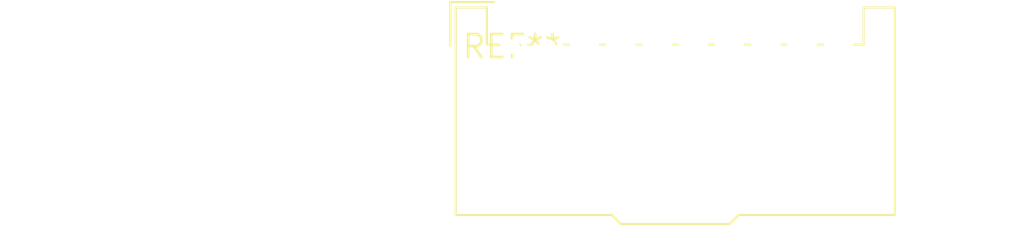
<source format=kicad_pcb>
(kicad_pcb (version 20240108) (generator pcbnew)
  (layers (0 "F.Cu" signal) (31 "B.Cu" signal) (34 "B.Paste" user) (35 "F.Paste" user) (36 "B.SilkS" user "B.Silkscreen") (37 "F.SilkS" user "F.Silkscreen") (38 "B.Mask" user) (39 "F.Mask" user) (44 "Edge.Cuts" user))
  (net 0 "")
  (footprint "Molex_MicroClasp_55935-1030_1x10_P2.00mm_Horizontal" (layer "F.Cu") (at 0 0)
    (property "Reference" "REF**")
    (property "Value" "Molex_MicroClasp_55935-1030_1x10_P2.00mm_Horizontal")
    (fp_line (start -3.41 -2.46) (end -1 -2.46) (layer "F.SilkS") (stroke (width 0.12)))
    (fp_line (start -3.41 -0.05) (end -3.41 -2.46) (layer "F.SilkS") (stroke (width 0.12)))
    (fp_line (start -3.11 -2.16) (end -1.39 -2.16) (layer "F.SilkS") (stroke (width 0.12)))
    (fp_line (start -3.11 9.31) (end -3.11 -2.16) (layer "F.SilkS") (stroke (width 0.12)))
    (fp_line (start -1.39 -2.16) (end -1.39 -0.11) (layer "F.SilkS") (stroke (width 0.12)))
    (fp_line (start -1.39 -0.11) (end -0.86 -0.11) (layer "F.SilkS") (stroke (width 0.12)))
    (fp_line (start 0.86 -0.11) (end 1.14 -0.11) (layer "F.SilkS") (stroke (width 0.12)))
    (fp_line (start 2.86 -0.11) (end 3.14 -0.11) (layer "F.SilkS") (stroke (width 0.12)))
    (fp_line (start 4.86 -0.11) (end 5.14 -0.11) (layer "F.SilkS") (stroke (width 0.12)))
    (fp_line (start 5.5 9.31) (end -3.11 9.31) (layer "F.SilkS") (stroke (width 0.12)))
    (fp_line (start 6 9.81) (end 5.5 9.31) (layer "F.SilkS") (stroke (width 0.12)))
    (fp_line (start 6.86 -0.11) (end 7.14 -0.11) (layer "F.SilkS") (stroke (width 0.12)))
    (fp_line (start 8.86 -0.11) (end 9.14 -0.11) (layer "F.SilkS") (stroke (width 0.12)))
    (fp_line (start 9 9.81) (end 6 9.81) (layer "F.SilkS") (stroke (width 0.12)))
    (fp_line (start 9 9.81) (end 12 9.81) (layer "F.SilkS") (stroke (width 0.12)))
    (fp_line (start 10.86 -0.11) (end 11.14 -0.11) (layer "F.SilkS") (stroke (width 0.12)))
    (fp_line (start 12 9.81) (end 12.5 9.31) (layer "F.SilkS") (stroke (width 0.12)))
    (fp_line (start 12.5 9.31) (end 21.11 9.31) (layer "F.SilkS") (stroke (width 0.12)))
    (fp_line (start 12.86 -0.11) (end 13.14 -0.11) (layer "F.SilkS") (stroke (width 0.12)))
    (fp_line (start 14.86 -0.11) (end 15.14 -0.11) (layer "F.SilkS") (stroke (width 0.12)))
    (fp_line (start 16.86 -0.11) (end 17.14 -0.11) (layer "F.SilkS") (stroke (width 0.12)))
    (fp_line (start 19.39 -2.16) (end 19.39 -0.11) (layer "F.SilkS") (stroke (width 0.12)))
    (fp_line (start 19.39 -0.11) (end 18.86 -0.11) (layer "F.SilkS") (stroke (width 0.12)))
    (fp_line (start 21.11 -2.16) (end 19.39 -2.16) (layer "F.SilkS") (stroke (width 0.12)))
    (fp_line (start 21.11 9.31) (end 21.11 -2.16) (layer "F.SilkS") (stroke (width 0.12)))
    (pad "1" thru_hole roundrect (at 0 0) (size 1.2 1.8) (drill 0.8) (layers *.Cu *.Mask) (remove_unused_layers) (roundrect_rratio 0.208333))
    (pad "2" thru_hole oval (at 2 0) (size 1.2 1.8) (drill 0.8) (layers *.Cu *.Mask) (remove_unused_layers))
    (pad "3" thru_hole oval (at 4 0) (size 1.2 1.8) (drill 0.8) (layers *.Cu *.Mask) (remove_unused_layers))
    (pad "4" thru_hole oval (at 6 0) (size 1.2 1.8) (drill 0.8) (layers *.Cu *.Mask) (remove_unused_layers))
    (pad "5" thru_hole oval (at 8 0) (size 1.2 1.8) (drill 0.8) (layers *.Cu *.Mask) (remove_unused_layers))
    (pad "6" thru_hole oval (at 10 0) (size 1.2 1.8) (drill 0.8) (layers *.Cu *.Mask) (remove_unused_layers))
    (pad "7" thru_hole oval (at 12 0) (size 1.2 1.8) (drill 0.8) (layers *.Cu *.Mask) (remove_unused_layers))
    (pad "8" thru_hole oval (at 14 0) (size 1.2 1.8) (drill 0.8) (layers *.Cu *.Mask) (remove_unused_layers))
    (pad "9" thru_hole oval (at 16 0) (size 1.2 1.8) (drill 0.8) (layers *.Cu *.Mask) (remove_unused_layers))
    (pad "10" thru_hole oval (at 18 0) (size 1.2 1.8) (drill 0.8) (layers *.Cu *.Mask) (remove_unused_layers))
  )
)
</source>
